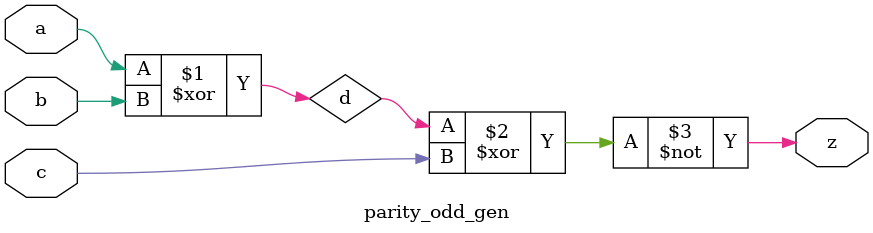
<source format=v>
module parity_odd_gen(
  input a, b, c,
  output z);
  
  wire d; // Declare a wire 'd' for intermediate signal
  
  xor(d, a, b); // XOR gate with inputs 'a' and 'b', output connected to 'd'
  xnor(z, d, c); // XNOR gate with inputs 'd' and 'c', output connected to 'z'
  
endmodule

</source>
